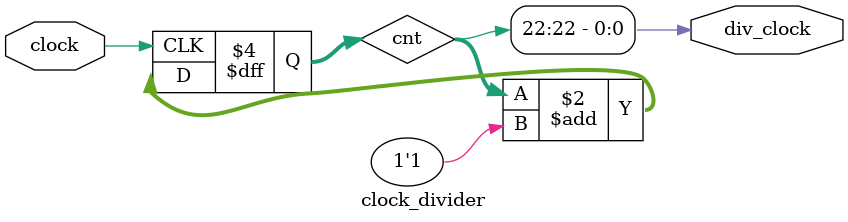
<source format=v>

module sys_array_wrapper 

#(parameter DATA_WIDTH=8,
parameter ARRAY_W=4, //i
parameter ARRAY_L=4, //j
parameter CLOCK_DIVIDE=25) 

(
    input  clk,
    input  reset_n,
    input  load_params,
    input  start_comp,
    
	 output [4*DATA_WIDTH-1:0] hex_connect
);

localparam MEM_SIZE=ARRAY_W*ARRAY_L;
localparam ARRAY_SIZE=ARRAY_W*ARRAY_W;
localparam NUM_HEX = DATA_WIDTH >> 1; //number of hex modules needed to display a result (DW / 2)

wire clk_div, ready;
wire [2*DATA_WIDTH - 1:0] output_value, empty_data_write;
wire [DATA_WIDTH*ARRAY_W*ARRAY_L - 1:0] input_data_a, input_data_b;
wire [2*DATA_WIDTH*ARRAY_W*ARRAY_W-1:0] outputs_fetcher, empty_data_out;

reg [CLOCK_DIVIDE : 0] small_cnt;
reg [1:0] propagate_reg_ctrl; //control the output of propagate parallel to serial converter register

genvar ii;

roma #(.DATA_WIDTH(DATA_WIDTH), .SIZE(MEM_SIZE)) rom_instance_a (.clk(clk), .data_rom(input_data_a));
romb #(.DATA_WIDTH(DATA_WIDTH), .SIZE(MEM_SIZE)) rom_instance_b (.clk(clk), .data_rom(input_data_b));

sys_array_fetcher #(.DATA_WIDTH(DATA_WIDTH), .ARRAY_W(ARRAY_W), .ARRAY_L(ARRAY_L)) fetching_unit
(
.clock(clk),
.reset_n(reset_n),
.load_params(~load_params),
.start_comp(~start_comp),
.input_data_b(input_data_b),
.input_data_a(input_data_a),
.ready(ready),
.out_data(outputs_fetcher)
);

clock_divider #(.DIVIDE_LEN(CLOCK_DIVIDE)) clock_divaaa (.clock(clk), .div_clock(clk_div));

shift_reg #(.DATA_WIDTH(2*DATA_WIDTH), .LENGTH(ARRAY_SIZE)) propagate_reg
(
.clock(clk_div),
.reset_n(reset_n),
.ctrl_code(propagate_reg_ctrl),
.data_in(outputs_fetcher),
.data_read(output_value),
.data_out(empty_data_out),
.data_write(empty_data_write)
);

generate
for (ii=0; ii<NUM_HEX; ii=ii+1) begin : generate_hexes
seg7_tohex hex_converter_i (.code(output_value[4*ii +: 4]), .hexadecimal(hex_connect[8*ii +: 8]));
end
endgenerate

always @(posedge clk)
begin

if (~reset_n) begin propagate_reg_ctrl <= 2'b00; small_cnt <= {(CLOCK_DIVIDE+1){1'b0}}; end

else begin

case (ready)

1'b0: propagate_reg_ctrl <= 2'b01;
1'b1: begin 
	if (small_cnt[CLOCK_DIVIDE] == 1'b0) begin propagate_reg_ctrl <= 2'b01; small_cnt <= small_cnt+1'b1; end
	else propagate_reg_ctrl <= 2'b11;
	end
default: propagate_reg_ctrl <= 2'b00;

endcase
end

end
endmodule



module clock_divider

#(parameter DIVIDE_LEN=23)

(
input clock,
output div_clock
);

reg [DIVIDE_LEN-1:0] cnt;

initial cnt <= {DIVIDE_LEN{1'b0}};

always @(posedge clock)
begin
cnt <= cnt+1'b1;
end

assign div_clock=cnt[DIVIDE_LEN-1];

endmodule
</source>
